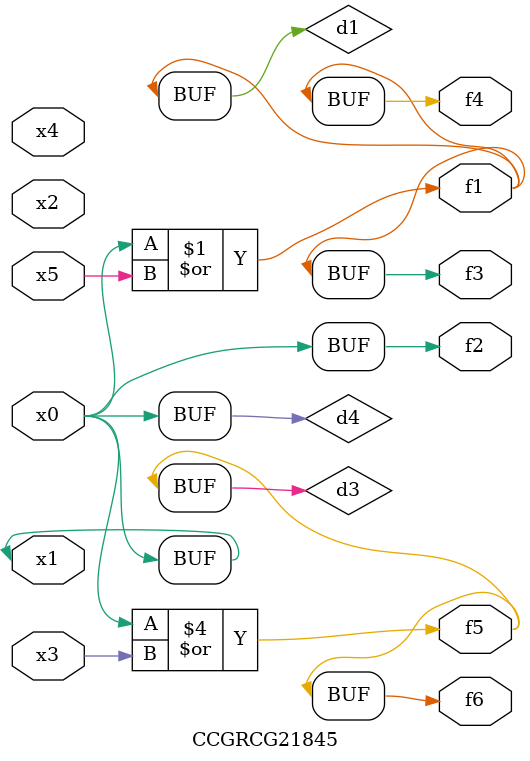
<source format=v>
module CCGRCG21845(
	input x0, x1, x2, x3, x4, x5,
	output f1, f2, f3, f4, f5, f6
);

	wire d1, d2, d3, d4;

	or (d1, x0, x5);
	xnor (d2, x1, x4);
	or (d3, x0, x3);
	buf (d4, x0, x1);
	assign f1 = d1;
	assign f2 = d4;
	assign f3 = d1;
	assign f4 = d1;
	assign f5 = d3;
	assign f6 = d3;
endmodule

</source>
